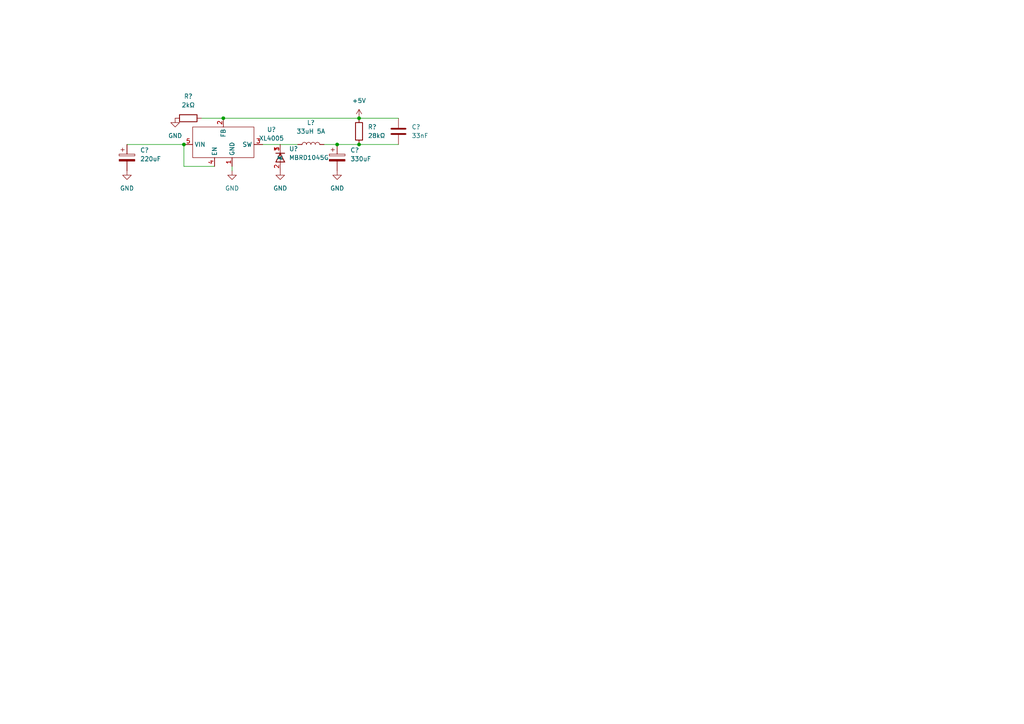
<source format=kicad_sch>
(kicad_sch (version 20211123) (generator eeschema)
  (paper "A4")
  (lib_symbols
    (symbol "01-rickbassham:MBRD1045G"
      (property "Reference" "U" (at 0 0 0))
      (property "Value" "MBRD1045G" (at 0 0 0))
      (property "LCSC" "C5137764" (at 0 0 0))
      (symbol "MBRD1045G_0_1"
        (polyline (pts (xy -1.27 -2.54) (xy -1.27 -5.08)) (stroke (width 0.254)))
        (polyline (pts (xy 1.27 -3.81) (xy -1.27 -3.81)))
        (polyline (pts (xy 1.27 -2.54) (xy 1.27 -5.08) (xy -1.27 -3.81) (xy 1.27 -2.54)) (stroke (width 0.254)))
      )
      (symbol "MBRD1045G_1_1"
        (pin passive line (at -3.81 -3.81 0) (length 2.54) (name "K") (number "1"))
        (pin passive line (at 3.81 -3.81 180) (length 2.54) (name "A") (number "2"))
        (pin passive line (at -3.81 -3.81 0) (length 2.54) (name "K") (number "3"))
      )
    )
    (symbol "01-rickbassham:XL4005"
      (property "Reference" "U" (at 0 0 0))
      (property "Value" "XL4005" (at 0 0 0))
      (symbol "XL4005_0_1"
        (rectangle (start -8.89 -8.89) (end 8.89 -17.78))
      )
      (symbol "XL4005_1_1"
        (pin input line (at 2.54 -20.32 90) (length 2.54) (name "GND") (number "1"))
        (pin input line (at 0 -6.35 270) (length 2.54) (name "FB") (number "2"))
        (pin input line (at 11.43 -13.97 180) (length 2.54) (name "SW") (number "3"))
        (pin input line (at -2.54 -20.32 90) (length 2.54) (name "EN") (number "4"))
        (pin input line (at -11.43 -13.97 0) (length 2.54) (name "VIN") (number "5"))
      )
    )
    (symbol "Device:C" (pin_numbers hide) (pin_names (offset 0.254))
      (property "Reference" "C" (at 0.635 2.54 0))
      (property "Value" "C" (at 0.635 -2.54 0))
      (symbol "C_0_1"
        (polyline (pts (xy -2.032 -0.762) (xy 2.032 -0.762)) (stroke (width 0.508)))
        (polyline (pts (xy -2.032 0.762) (xy 2.032 0.762)) (stroke (width 0.508)))
      )
      (symbol "C_1_1"
        (pin passive line (at 0 3.81 270) (length 2.794) (name "~") (number "1"))
        (pin passive line (at 0 -3.81 90) (length 2.794) (name "~") (number "2"))
      )
    )
    (symbol "Device:C_Polarized" (pin_numbers hide) (pin_names (offset 0.254))
      (property "Reference" "C" (at 0.635 2.54 0))
      (property "Value" "C_Polarized" (at 0.635 -2.54 0))
      (symbol "C_Polarized_0_1"
        (rectangle (start -2.286 0.508) (end 2.286 1.016))
        (polyline (pts (xy -1.778 2.286) (xy -0.762 2.286)))
        (polyline (pts (xy -1.27 2.794) (xy -1.27 1.778)))
        (rectangle (start 2.286 -0.508) (end -2.286 -1.016) (fill (type outline)))
      )
      (symbol "C_Polarized_1_1"
        (pin passive line (at 0 3.81 270) (length 2.794) (name "~") (number "1"))
        (pin passive line (at 0 -3.81 90) (length 2.794) (name "~") (number "2"))
      )
    )
    (symbol "Device:L" (pin_numbers hide) (pin_names (offset 1.016) hide)
      (property "Reference" "L" (at -1.27 0 90))
      (property "Value" "L" (at 1.905 0 90))
      (symbol "L_0_1"
        (arc (start 0 -2.54) (mid 0.635 -1.905) (end 0 -1.27))
        (arc (start 0 -1.27) (mid 0.635 -0.635) (end 0 0))
        (arc (start 0 0) (mid 0.635 0.635) (end 0 1.27))
        (arc (start 0 1.27) (mid 0.635 1.905) (end 0 2.54))
      )
      (symbol "L_1_1"
        (pin passive line (at 0 3.81 270) (length 1.27) (name "1") (number "1"))
        (pin passive line (at 0 -3.81 90) (length 1.27) (name "2") (number "2"))
      )
    )
    (symbol "Device:R" (pin_numbers hide) (pin_names (offset 0))
      (property "Reference" "R" (at 2.032 0 90))
      (property "Value" "R" (at 0 0 90))
      (symbol "R_0_1"
        (rectangle (start -1.016 -2.54) (end 1.016 2.54) (stroke (width 0.254)))
      )
      (symbol "R_1_1"
        (pin passive line (at 0 3.81 270) (length 1.27) (name "~") (number "1"))
        (pin passive line (at 0 -3.81 90) (length 1.27) (name "~") (number "2"))
      )
    )
    (symbol "power:+5V" (power) (pin_names (offset 0))
      (property "Value" "+5V" (at 0 3.556 0))
      (symbol "+5V_0_1"
        (polyline (pts (xy -0.762 1.27) (xy 0 2.54)))
        (polyline (pts (xy 0 0) (xy 0 2.54)))
        (polyline (pts (xy 0 2.54) (xy 0.762 1.27)))
      )
      (symbol "+5V_1_1"
        (pin power_in line (at 0 0 90) (length 0) hide (name "+5V") (number "1"))
      )
    )
    (symbol "power:GND" (power) (pin_names (offset 0))
      (property "Value" "GND" (at 0 -3.81 0))
      (symbol "GND_0_1"
        (polyline (pts (xy 0 0) (xy 0 -1.27) (xy 1.27 -1.27) (xy 0 -2.54) (xy -1.27 -1.27) (xy 0 -1.27)))
      )
      (symbol "GND_1_1"
        (pin power_in line (at 0 0 270) (length 0) hide (name "GND") (number "1"))
      )
    )
  )
  (junction (at 104.14 34.29))
  (junction (at 97.79 41.91))
  (junction (at 104.14 41.91))
  (junction (at 64.77 34.29))
  (junction (at 53.34 41.91))
  (wire (pts (xy 53.34 41.91) (xy 53.34 48.26)))
  (wire (pts (xy 53.34 48.26) (xy 62.23 48.26)))
  (wire (pts (xy 93.98 41.91) (xy 97.79 41.91)))
  (wire (pts (xy 58.42 34.29) (xy 64.77 34.29)))
  (wire (pts (xy 104.14 41.91) (xy 115.57 41.91)))
  (wire (pts (xy 76.2 41.91) (xy 86.36 41.91)))
  (wire (pts (xy 67.31 49.53) (xy 67.31 48.26)))
  (wire (pts (xy 104.14 34.29) (xy 115.57 34.29)))
  (wire (pts (xy 97.79 41.91) (xy 104.14 41.91)))
  (wire (pts (xy 64.77 34.29) (xy 104.14 34.29)))
  (wire (pts (xy 36.83 41.91) (xy 53.34 41.91)))
  (symbol (lib_id "Device:R") (at 104.14 38.1 180) (unit 1)
    (property "Reference" "R?" (at 106.68 36.8299 0) (effects (justify right)))
    (property "Value" "28kΩ" (at 106.68 39.3699 0) (effects (justify right)))
    (property "Footprint" "Resistor_SMD:R_0603_1608Metric" (effects hide))
  )
  (symbol (lib_id "Device:L") (at 90.17 41.91 90) (unit 1)
    (property "Reference" "L?" (at 90.17 35.56 90))
    (property "Value" "33uH 5A" (at 90.17 38.1 90))
    (property "Footprint" "Inductor_SMD:L_12x12mm_H8mm" (effects hide))
    (property "LCSC" "C364090" (effects hide))
  )
  (symbol (lib_id "power:+5V") (at 104.14 34.29 0) (unit 1)
    (property "Reference" "#PWR?" (effects hide))
    (property "Value" "+5V" (at 104.14 29.21 0))
  )
  (symbol (lib_id "power:GND") (at 36.83 49.53 0) (unit 1)
    (property "Reference" "#PWR?" (effects hide))
    (property "Value" "GND" (at 36.83 54.61 0))
  )
  (symbol (lib_id "Device:C") (at 115.57 38.1 0) (unit 1)
    (property "Reference" "C?" (at 119.38 36.8299 0) (effects (justify left)))
    (property "Value" "33nF" (at 119.38 39.3699 0) (effects (justify left)))
  )
  (symbol (lib_id "01-rickbassham:MBRD1045G") (at 85.09 45.72 270) (unit 1)
    (property "Reference" "U?" (at 83.82 43.1799 90) (effects (justify left)))
    (property "Value" "MBRD1045G" (at 83.82 45.7199 90) (effects (justify left)))
    (property "Footprint" "Package_TO_SOT_SMD:TO-252-2" (effects hide))
    (property "LCSC" "C5137764" (effects hide))
  )
  (symbol (lib_id "power:GND") (at 50.8 34.29 0) (unit 1)
    (property "Reference" "#PWR?" (effects hide))
    (property "Value" "GND" (at 50.8 39.37 0))
  )
  (symbol (lib_id "01-rickbassham:XL4005") (at 64.77 27.94 0) (unit 1)
    (property "Reference" "U?" (at 78.74 37.5793 0))
    (property "Value" "XL4005" (at 78.74 40.1193 0))
    (property "Footprint" "Package_TO_SOT_SMD:TO-263-5_TabPin3" (effects hide))
    (property "LCSC" "C73332" (effects hide))
  )
  (symbol (lib_id "Device:R") (at 54.61 34.29 90) (unit 1)
    (property "Reference" "R?" (at 54.61 27.94 90))
    (property "Value" "2kΩ" (at 54.61 30.48 90))
    (property "Footprint" "Resistor_SMD:R_0603_1608Metric" (effects hide))
  )
  (symbol (lib_id "power:GND") (at 67.31 49.53 0) (unit 1)
    (property "Reference" "#PWR?" (effects hide))
    (property "Value" "GND" (at 67.31 54.61 0))
  )
  (symbol (lib_id "power:GND") (at 81.28 49.53 0) (unit 1)
    (property "Reference" "#PWR?" (effects hide))
    (property "Value" "GND" (at 81.28 54.61 0))
  )
  (symbol (lib_id "Device:C_Polarized") (at 36.83 45.72 0) (unit 1)
    (property "Reference" "C?" (at 40.64 43.5609 0) (effects (justify left)))
    (property "Value" "220uF" (at 40.64 46.1009 0) (effects (justify left)))
  )
  (symbol (lib_id "Device:C_Polarized") (at 97.79 45.72 0) (unit 1)
    (property "Reference" "C?" (at 101.6 43.5609 0) (effects (justify left)))
    (property "Value" "330uF" (at 101.6 46.1009 0) (effects (justify left)))
  )
  (symbol (lib_id "power:GND") (at 97.79 49.53 0) (unit 1)
    (property "Reference" "#PWR?" (effects hide))
    (property "Value" "GND" (at 97.79 54.61 0))
  )
)
</source>
